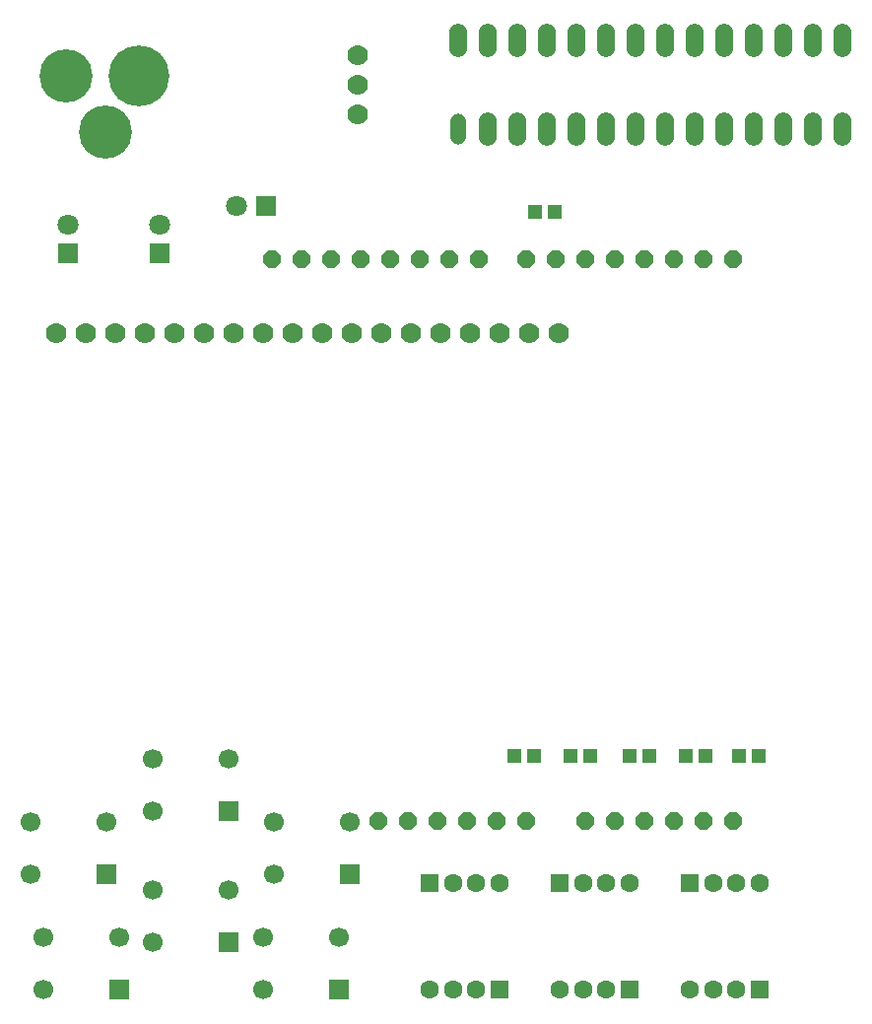
<source format=gbr>
G04 DipTrace 3.3.1.3*
G04 TopMask.gbr*
%MOIN*%
G04 #@! TF.FileFunction,Soldermask,Top*
G04 #@! TF.Part,Single*
%AMOUTLINE0*
4,1,20,
-0.02608,0.026058,
-0.024514,0.034979,
-0.019993,0.042827,
-0.013059,0.048655,
-0.004551,0.05176,
0.004507,0.051768,
0.01302,0.048677,
0.019963,0.042861,
0.0245,0.035021,
0.02608,0.026102,
0.02608,-0.026058,
0.024514,-0.034979,
0.019993,-0.042827,
0.013059,-0.048655,
0.004551,-0.05176,
-0.004507,-0.051768,
-0.01302,-0.048677,
-0.019963,-0.042861,
-0.0245,-0.035021,
-0.02608,-0.026102,
-0.02608,0.026058,
0*%
%AMOUTLINE1*
4,1,20,
-0.03002,0.026401,
-0.028275,0.036344,
-0.02306,0.045396,
-0.015062,0.052118,
-0.005249,0.055699,
0.005198,0.055708,
0.015017,0.052144,
0.023026,0.045435,
0.028258,0.036393,
0.03002,0.026449,
0.03002,-0.026401,
0.028275,-0.036344,
0.02306,-0.045396,
0.015062,-0.052118,
0.005249,-0.055699,
-0.005198,-0.055708,
-0.015017,-0.052144,
-0.023026,-0.045435,
-0.028258,-0.036393,
-0.03002,-0.026449,
-0.03002,0.026401,
0*%
%AMOUTLINE3*
4,1,8,
0.030488,-0.012629,
0.012629,-0.030488,
-0.012629,-0.030488,
-0.030488,-0.012629,
-0.030488,0.012629,
-0.012629,0.030488,
0.012629,0.030488,
0.030488,0.012629,
0.030488,-0.012629,
0*%
%ADD25C,0.07*%
%ADD26R,0.066929X0.066929*%
%ADD27C,0.066929*%
%ADD29C,0.205354*%
%ADD30C,0.179685*%
%ADD50R,0.051187X0.04725*%
%ADD52C,0.070872*%
%ADD54C,0.070872*%
%ADD56R,0.070872X0.070872*%
%ADD58C,0.062998*%
%ADD60R,0.062998X0.062998*%
%ADD65OUTLINE0*%
%ADD66OUTLINE1*%
%ADD68OUTLINE3*%
%FSLAX26Y26*%
G04*
G70*
G90*
G75*
G01*
G04 TopMask*
%LPD*%
D60*
X2133700Y485432D3*
D58*
X2054960D3*
X1976220D3*
X1897480D3*
D60*
Y843700D3*
D58*
X1976220D3*
X2054960D3*
X2133700D3*
D56*
X1343700Y3133700D3*
D54*
X1243700D3*
D60*
X2573700Y485432D3*
D58*
X2494960D3*
X2416220D3*
X2337480D3*
D60*
Y843700D3*
D58*
X2416220D3*
X2494960D3*
X2573700D3*
D60*
X3013700Y485432D3*
D58*
X2934960D3*
X2856220D3*
X2777480D3*
D60*
Y843700D3*
D58*
X2856220D3*
X2934960D3*
X3013700D3*
D56*
X983700Y2973700D3*
D52*
Y3072125D3*
D56*
X673700Y2973700D3*
D52*
Y3072125D3*
D50*
X2943700Y1273700D3*
X3010629D3*
X2763700D3*
X2830629D3*
X2573700D3*
X2640629D3*
X2373700D3*
X2440629D3*
X2183700D3*
X2250629D3*
X2253700Y3113700D3*
X2320629D3*
D65*
X1993700Y3393700D3*
D66*
X2093700D3*
X2193700D3*
X2293700D3*
X2393700D3*
X2493700D3*
X2593700D3*
X2693700D3*
X2793700D3*
X2893700D3*
X2993700D3*
X3093700D3*
X3193700D3*
X3293700D3*
Y3693700D3*
X3193700D3*
X3093700D3*
X2993700D3*
X2893700D3*
X2793700D3*
X2693700D3*
X2593700D3*
X2493700D3*
X2393700D3*
X2293700D3*
X2193700D3*
X2093700D3*
X1993700D3*
D68*
X2523700Y2953700D3*
X2423700Y1053700D3*
X2623700Y2953700D3*
X2723700D3*
X2823700D3*
X2923700D3*
X2423700D3*
X2323700D3*
X2223700D3*
X2063700D3*
X1963700D3*
X1863700D3*
X1763700D3*
X1663700D3*
X1563700D3*
X1463700D3*
X1363700D3*
X2523700Y1053700D3*
X2623700D3*
X2723700D3*
X2823700D3*
X2923700D3*
X2223700D3*
X2123700D3*
X2023700D3*
X1923700D3*
X1823700D3*
X1723700D3*
D25*
X634015Y2704172D3*
X734015D3*
X834015D3*
X934015D3*
X1034015D3*
X1134015D3*
X1234015D3*
X1334015D3*
X1434015D3*
X1534015D3*
X1634015D3*
X1734015D3*
X1834015D3*
X1934015D3*
X2034015D3*
X2134015D3*
X2234015D3*
X2334015D3*
X1653700Y3543700D3*
Y3443700D3*
Y3643700D3*
D26*
X803700Y873700D3*
D27*
Y1050865D3*
X547794D3*
Y873700D3*
D26*
X1626535D3*
D27*
Y1050865D3*
X1370629D3*
Y873700D3*
D26*
X1216535Y1087794D3*
D27*
Y1264960D3*
X960629D3*
Y1087794D3*
D26*
X1216535Y643700D3*
D27*
Y820865D3*
X960629D3*
Y643700D3*
D26*
X846535Y483700D3*
D27*
Y660865D3*
X590629D3*
Y483700D3*
D29*
X913700Y3573700D3*
D30*
X667637D3*
X801495Y3384724D3*
D26*
X1589369Y483700D3*
D27*
Y660865D3*
X1333464D3*
Y483700D3*
M02*

</source>
